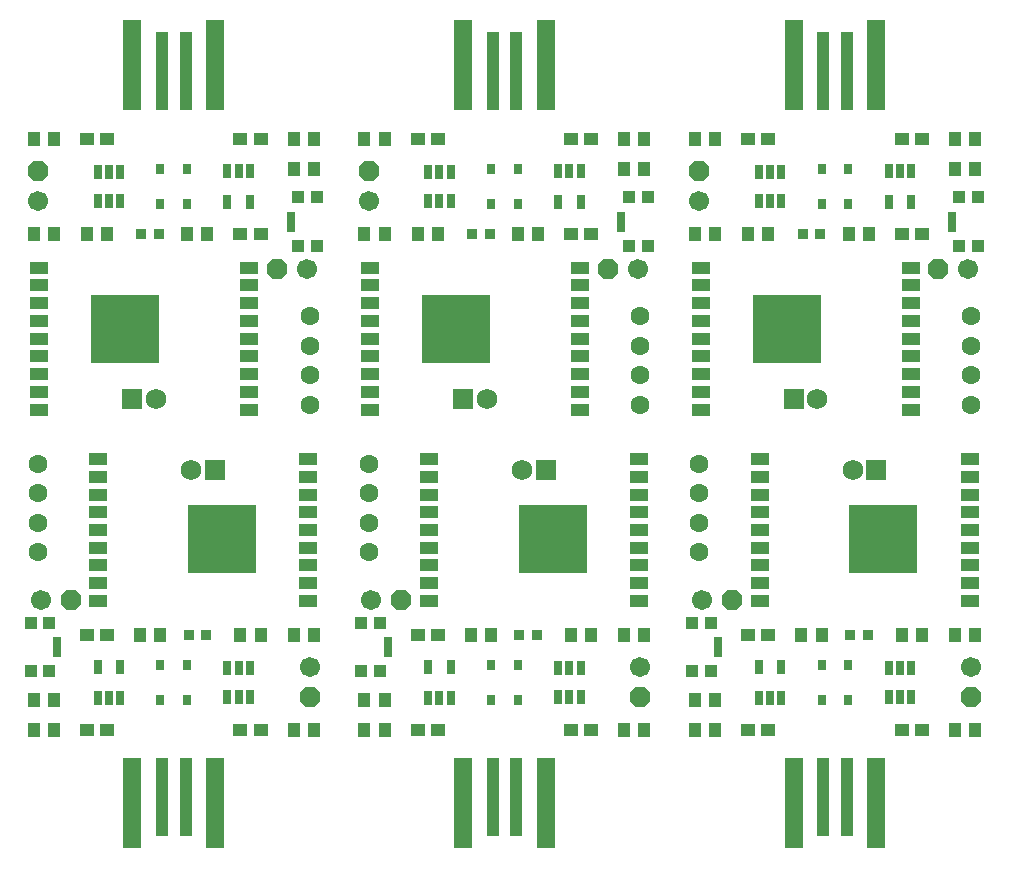
<source format=gts>
G04 EAGLE Gerber X2 export*
G75*
%MOMM*%
%FSLAX34Y34*%
%LPD*%
%AMOC8*
5,1,8,0,0,1.08239X$1,22.5*%
G01*
%ADD10R,1.201600X1.101600*%
%ADD11R,0.701600X1.201600*%
%ADD12C,1.601600*%
%ADD13R,0.751600X0.951600*%
%ADD14R,0.651600X1.301600*%
%ADD15C,1.751600*%
%ADD16R,1.751600X1.751600*%
%ADD17R,0.651600X1.801600*%
%ADD18R,1.101600X1.001600*%
%ADD19R,1.101600X1.201600*%
%ADD20R,1.601600X7.601600*%
%ADD21R,1.101600X6.601600*%
%ADD22R,1.586600X1.001600*%
%ADD23R,5.715000X5.715000*%
%ADD24P,1.842011X8X202.500000*%
%ADD25C,1.701800*%
%ADD26R,0.901600X0.901600*%
%ADD27P,1.842011X8X112.500000*%
%ADD28P,1.842011X8X22.500000*%
%ADD29P,1.842011X8X292.500000*%


D10*
X223500Y160000D03*
X206500Y160000D03*
X93500Y160000D03*
X76500Y160000D03*
X93500Y240000D03*
X76500Y240000D03*
D11*
X214500Y212500D03*
X205000Y212500D03*
X195500Y212500D03*
X195500Y187500D03*
X205000Y187500D03*
X214500Y187500D03*
D12*
X35000Y385000D03*
D13*
X138750Y185000D03*
X161250Y185000D03*
X138750Y215000D03*
X161250Y215000D03*
D12*
X35000Y360000D03*
X35000Y335000D03*
D14*
X85500Y187000D03*
X95000Y187000D03*
X104500Y187000D03*
X104500Y213000D03*
X85500Y213000D03*
D15*
X165000Y380000D03*
D16*
X185000Y380000D03*
D17*
X51000Y230000D03*
D18*
X44750Y250500D03*
X28750Y250500D03*
X44750Y209500D03*
X28750Y209500D03*
D19*
X121500Y240000D03*
X138500Y240000D03*
X206500Y240000D03*
X223500Y240000D03*
X251500Y160000D03*
X268500Y160000D03*
X48500Y160000D03*
X31500Y160000D03*
X48500Y185000D03*
X31500Y185000D03*
D20*
X185000Y97500D03*
D21*
X160000Y102500D03*
D20*
X115000Y97500D03*
D21*
X140000Y102500D03*
D12*
X35000Y310000D03*
D22*
X86075Y389000D03*
X86075Y374000D03*
X86075Y359000D03*
X86075Y344000D03*
X86075Y329000D03*
X86075Y314000D03*
X86075Y299000D03*
X86075Y284000D03*
X86075Y269000D03*
X263925Y269000D03*
X263925Y284000D03*
X263925Y299000D03*
X263925Y314000D03*
X263925Y329000D03*
X263925Y344000D03*
X263925Y359000D03*
X263925Y374000D03*
X263925Y389000D03*
D23*
X190875Y320950D03*
D24*
X62700Y270000D03*
D25*
X37300Y270000D03*
D26*
X177500Y240000D03*
X162500Y240000D03*
D27*
X265000Y187300D03*
D25*
X265000Y212700D03*
D19*
X268500Y240000D03*
X251500Y240000D03*
D10*
X76500Y660000D03*
X93500Y660000D03*
X206500Y660000D03*
X223500Y660000D03*
X206500Y580000D03*
X223500Y580000D03*
D11*
X85500Y607500D03*
X95000Y607500D03*
X104500Y607500D03*
X104500Y632500D03*
X95000Y632500D03*
X85500Y632500D03*
D12*
X265000Y435000D03*
D13*
X161250Y635000D03*
X138750Y635000D03*
X161250Y605000D03*
X138750Y605000D03*
D12*
X265000Y460000D03*
X265000Y485000D03*
D14*
X214500Y633000D03*
X205000Y633000D03*
X195500Y633000D03*
X195500Y607000D03*
X214500Y607000D03*
D15*
X135000Y440000D03*
D16*
X115000Y440000D03*
D17*
X249000Y590000D03*
D18*
X255250Y569500D03*
X271250Y569500D03*
X255250Y610500D03*
X271250Y610500D03*
D19*
X178500Y580000D03*
X161500Y580000D03*
X93500Y580000D03*
X76500Y580000D03*
X48500Y660000D03*
X31500Y660000D03*
X251500Y660000D03*
X268500Y660000D03*
X251500Y635000D03*
X268500Y635000D03*
D20*
X115000Y722500D03*
D21*
X140000Y717500D03*
D20*
X185000Y722500D03*
D21*
X160000Y717500D03*
D12*
X265000Y510000D03*
D22*
X213925Y431000D03*
X213925Y446000D03*
X213925Y461000D03*
X213925Y476000D03*
X213925Y491000D03*
X213925Y506000D03*
X213925Y521000D03*
X213925Y536000D03*
X213925Y551000D03*
X36075Y551000D03*
X36075Y536000D03*
X36075Y521000D03*
X36075Y506000D03*
X36075Y491000D03*
X36075Y476000D03*
X36075Y461000D03*
X36075Y446000D03*
X36075Y431000D03*
D23*
X109125Y499050D03*
D28*
X237300Y550000D03*
D25*
X262700Y550000D03*
D26*
X122500Y580000D03*
X137500Y580000D03*
D29*
X35000Y632700D03*
D25*
X35000Y607300D03*
D19*
X31500Y580000D03*
X48500Y580000D03*
D10*
X503500Y160000D03*
X486500Y160000D03*
X373500Y160000D03*
X356500Y160000D03*
X373500Y240000D03*
X356500Y240000D03*
D11*
X494500Y212500D03*
X485000Y212500D03*
X475500Y212500D03*
X475500Y187500D03*
X485000Y187500D03*
X494500Y187500D03*
D12*
X315000Y385000D03*
D13*
X418750Y185000D03*
X441250Y185000D03*
X418750Y215000D03*
X441250Y215000D03*
D12*
X315000Y360000D03*
X315000Y335000D03*
D14*
X365500Y187000D03*
X375000Y187000D03*
X384500Y187000D03*
X384500Y213000D03*
X365500Y213000D03*
D15*
X445000Y380000D03*
D16*
X465000Y380000D03*
D17*
X331000Y230000D03*
D18*
X324750Y250500D03*
X308750Y250500D03*
X324750Y209500D03*
X308750Y209500D03*
D19*
X401500Y240000D03*
X418500Y240000D03*
X486500Y240000D03*
X503500Y240000D03*
X531500Y160000D03*
X548500Y160000D03*
X328500Y160000D03*
X311500Y160000D03*
X328500Y185000D03*
X311500Y185000D03*
D20*
X465000Y97500D03*
D21*
X440000Y102500D03*
D20*
X395000Y97500D03*
D21*
X420000Y102500D03*
D12*
X315000Y310000D03*
D22*
X366075Y389000D03*
X366075Y374000D03*
X366075Y359000D03*
X366075Y344000D03*
X366075Y329000D03*
X366075Y314000D03*
X366075Y299000D03*
X366075Y284000D03*
X366075Y269000D03*
X543925Y269000D03*
X543925Y284000D03*
X543925Y299000D03*
X543925Y314000D03*
X543925Y329000D03*
X543925Y344000D03*
X543925Y359000D03*
X543925Y374000D03*
X543925Y389000D03*
D23*
X470875Y320950D03*
D24*
X342700Y270000D03*
D25*
X317300Y270000D03*
D26*
X457500Y240000D03*
X442500Y240000D03*
D27*
X545000Y187300D03*
D25*
X545000Y212700D03*
D19*
X548500Y240000D03*
X531500Y240000D03*
D10*
X356500Y660000D03*
X373500Y660000D03*
X486500Y660000D03*
X503500Y660000D03*
X486500Y580000D03*
X503500Y580000D03*
D11*
X365500Y607500D03*
X375000Y607500D03*
X384500Y607500D03*
X384500Y632500D03*
X375000Y632500D03*
X365500Y632500D03*
D12*
X545000Y435000D03*
D13*
X441250Y635000D03*
X418750Y635000D03*
X441250Y605000D03*
X418750Y605000D03*
D12*
X545000Y460000D03*
X545000Y485000D03*
D14*
X494500Y633000D03*
X485000Y633000D03*
X475500Y633000D03*
X475500Y607000D03*
X494500Y607000D03*
D15*
X415000Y440000D03*
D16*
X395000Y440000D03*
D17*
X529000Y590000D03*
D18*
X535250Y569500D03*
X551250Y569500D03*
X535250Y610500D03*
X551250Y610500D03*
D19*
X458500Y580000D03*
X441500Y580000D03*
X373500Y580000D03*
X356500Y580000D03*
X328500Y660000D03*
X311500Y660000D03*
X531500Y660000D03*
X548500Y660000D03*
X531500Y635000D03*
X548500Y635000D03*
D20*
X395000Y722500D03*
D21*
X420000Y717500D03*
D20*
X465000Y722500D03*
D21*
X440000Y717500D03*
D12*
X545000Y510000D03*
D22*
X493925Y431000D03*
X493925Y446000D03*
X493925Y461000D03*
X493925Y476000D03*
X493925Y491000D03*
X493925Y506000D03*
X493925Y521000D03*
X493925Y536000D03*
X493925Y551000D03*
X316075Y551000D03*
X316075Y536000D03*
X316075Y521000D03*
X316075Y506000D03*
X316075Y491000D03*
X316075Y476000D03*
X316075Y461000D03*
X316075Y446000D03*
X316075Y431000D03*
D23*
X389125Y499050D03*
D28*
X517300Y550000D03*
D25*
X542700Y550000D03*
D26*
X402500Y580000D03*
X417500Y580000D03*
D29*
X315000Y632700D03*
D25*
X315000Y607300D03*
D19*
X311500Y580000D03*
X328500Y580000D03*
D10*
X783500Y160000D03*
X766500Y160000D03*
X653500Y160000D03*
X636500Y160000D03*
X653500Y240000D03*
X636500Y240000D03*
D11*
X774500Y212500D03*
X765000Y212500D03*
X755500Y212500D03*
X755500Y187500D03*
X765000Y187500D03*
X774500Y187500D03*
D12*
X595000Y385000D03*
D13*
X698750Y185000D03*
X721250Y185000D03*
X698750Y215000D03*
X721250Y215000D03*
D12*
X595000Y360000D03*
X595000Y335000D03*
D14*
X645500Y187000D03*
X655000Y187000D03*
X664500Y187000D03*
X664500Y213000D03*
X645500Y213000D03*
D15*
X725000Y380000D03*
D16*
X745000Y380000D03*
D17*
X611000Y230000D03*
D18*
X604750Y250500D03*
X588750Y250500D03*
X604750Y209500D03*
X588750Y209500D03*
D19*
X681500Y240000D03*
X698500Y240000D03*
X766500Y240000D03*
X783500Y240000D03*
X811500Y160000D03*
X828500Y160000D03*
X608500Y160000D03*
X591500Y160000D03*
X608500Y185000D03*
X591500Y185000D03*
D20*
X745000Y97500D03*
D21*
X720000Y102500D03*
D20*
X675000Y97500D03*
D21*
X700000Y102500D03*
D12*
X595000Y310000D03*
D22*
X646075Y389000D03*
X646075Y374000D03*
X646075Y359000D03*
X646075Y344000D03*
X646075Y329000D03*
X646075Y314000D03*
X646075Y299000D03*
X646075Y284000D03*
X646075Y269000D03*
X823925Y269000D03*
X823925Y284000D03*
X823925Y299000D03*
X823925Y314000D03*
X823925Y329000D03*
X823925Y344000D03*
X823925Y359000D03*
X823925Y374000D03*
X823925Y389000D03*
D23*
X750875Y320950D03*
D24*
X622700Y270000D03*
D25*
X597300Y270000D03*
D26*
X737500Y240000D03*
X722500Y240000D03*
D27*
X825000Y187300D03*
D25*
X825000Y212700D03*
D19*
X828500Y240000D03*
X811500Y240000D03*
D10*
X636500Y660000D03*
X653500Y660000D03*
X766500Y660000D03*
X783500Y660000D03*
X766500Y580000D03*
X783500Y580000D03*
D11*
X645500Y607500D03*
X655000Y607500D03*
X664500Y607500D03*
X664500Y632500D03*
X655000Y632500D03*
X645500Y632500D03*
D12*
X825000Y435000D03*
D13*
X721250Y635000D03*
X698750Y635000D03*
X721250Y605000D03*
X698750Y605000D03*
D12*
X825000Y460000D03*
X825000Y485000D03*
D14*
X774500Y633000D03*
X765000Y633000D03*
X755500Y633000D03*
X755500Y607000D03*
X774500Y607000D03*
D15*
X695000Y440000D03*
D16*
X675000Y440000D03*
D17*
X809000Y590000D03*
D18*
X815250Y569500D03*
X831250Y569500D03*
X815250Y610500D03*
X831250Y610500D03*
D19*
X738500Y580000D03*
X721500Y580000D03*
X653500Y580000D03*
X636500Y580000D03*
X608500Y660000D03*
X591500Y660000D03*
X811500Y660000D03*
X828500Y660000D03*
X811500Y635000D03*
X828500Y635000D03*
D20*
X675000Y722500D03*
D21*
X700000Y717500D03*
D20*
X745000Y722500D03*
D21*
X720000Y717500D03*
D12*
X825000Y510000D03*
D22*
X773925Y431000D03*
X773925Y446000D03*
X773925Y461000D03*
X773925Y476000D03*
X773925Y491000D03*
X773925Y506000D03*
X773925Y521000D03*
X773925Y536000D03*
X773925Y551000D03*
X596075Y551000D03*
X596075Y536000D03*
X596075Y521000D03*
X596075Y506000D03*
X596075Y491000D03*
X596075Y476000D03*
X596075Y461000D03*
X596075Y446000D03*
X596075Y431000D03*
D23*
X669125Y499050D03*
D28*
X797300Y550000D03*
D25*
X822700Y550000D03*
D26*
X682500Y580000D03*
X697500Y580000D03*
D29*
X595000Y632700D03*
D25*
X595000Y607300D03*
D19*
X591500Y580000D03*
X608500Y580000D03*
M02*

</source>
